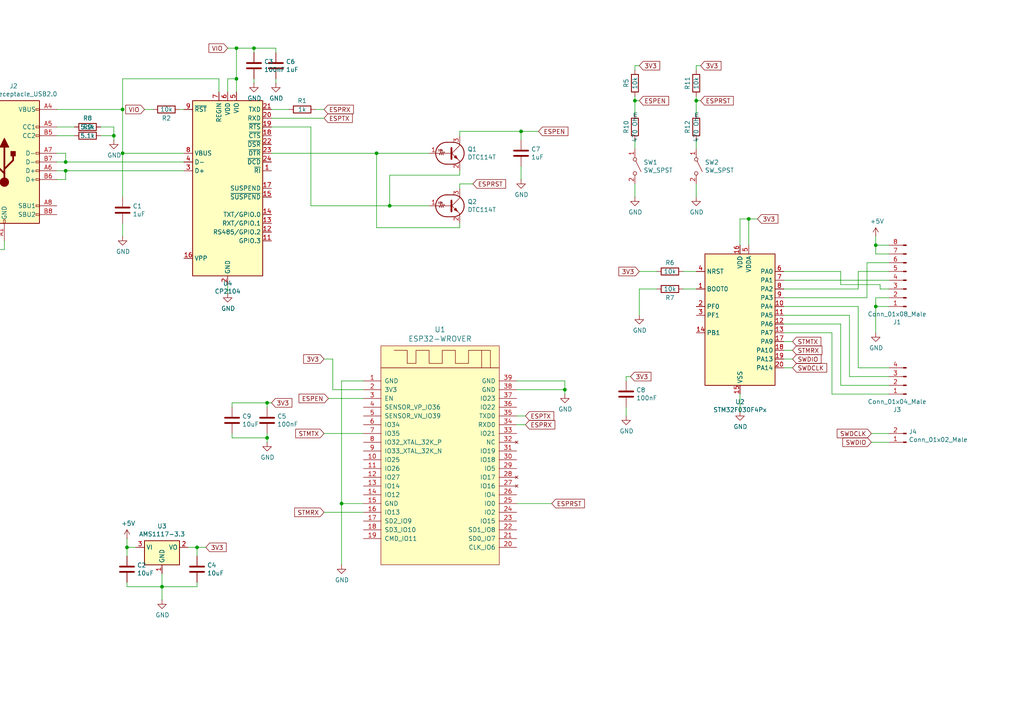
<source format=kicad_sch>
(kicad_sch (version 20250114) (generator "eeschema") (generator_version "9.0")
  (paper "A4")
  (lib_symbols
    (symbol "Connector:Conn_01x02_Male" (pin_names (offset 1.016) (hide yes))
      (property "Reference" "J" (at 0 2.54 0))
      (property "Value" "Connector_Conn_01x02_Male" (at 0 -5.08 0))
      (symbol "Conn_01x02_Male_1_1"
        (rectangle (start 0.8636 0.127) (end 0 -0.127) (stroke (width 0.1524)) (fill (type outline)))
        (rectangle (start 0.8636 -2.413) (end 0 -2.667) (stroke (width 0.1524)) (fill (type outline)))
        (polyline (pts (xy 1.27 0) (xy 0.8636 0)) (stroke (width 0.1524)))
        (polyline (pts (xy 1.27 -2.54) (xy 0.8636 -2.54)) (stroke (width 0.1524)))
        (pin passive line (at 5.08 0 180) (length 3.81) (name "Pin_1") (number "1"))
        (pin passive line (at 5.08 -2.54 180) (length 3.81) (name "Pin_2") (number "2"))
      )
    )
    (symbol "Connector:Conn_01x04_Male" (pin_names (offset 1.016) (hide yes))
      (property "Reference" "J" (at 0 5.08 0))
      (property "Value" "Connector_Conn_01x04_Male" (at 0 -7.62 0))
      (symbol "Conn_01x04_Male_1_1"
        (rectangle (start 0.8636 2.667) (end 0 2.413) (stroke (width 0.1524)) (fill (type outline)))
        (rectangle (start 0.8636 0.127) (end 0 -0.127) (stroke (width 0.1524)) (fill (type outline)))
        (rectangle (start 0.8636 -2.413) (end 0 -2.667) (stroke (width 0.1524)) (fill (type outline)))
        (rectangle (start 0.8636 -4.953) (end 0 -5.207) (stroke (width 0.1524)) (fill (type outline)))
        (polyline (pts (xy 1.27 2.54) (xy 0.8636 2.54)) (stroke (width 0.1524)))
        (polyline (pts (xy 1.27 0) (xy 0.8636 0)) (stroke (width 0.1524)))
        (polyline (pts (xy 1.27 -2.54) (xy 0.8636 -2.54)) (stroke (width 0.1524)))
        (polyline (pts (xy 1.27 -5.08) (xy 0.8636 -5.08)) (stroke (width 0.1524)))
        (pin passive line (at 5.08 2.54 180) (length 3.81) (name "Pin_1") (number "1"))
        (pin passive line (at 5.08 0 180) (length 3.81) (name "Pin_2") (number "2"))
        (pin passive line (at 5.08 -2.54 180) (length 3.81) (name "Pin_3") (number "3"))
        (pin passive line (at 5.08 -5.08 180) (length 3.81) (name "Pin_4") (number "4"))
      )
    )
    (symbol "Connector:Conn_01x08_Male" (pin_names (offset 1.016) (hide yes))
      (property "Reference" "J" (at 0 10.16 0))
      (property "Value" "Connector_Conn_01x08_Male" (at 0 -12.7 0))
      (symbol "Conn_01x08_Male_1_1"
        (rectangle (start 0.8636 7.747) (end 0 7.493) (stroke (width 0.1524)) (fill (type outline)))
        (rectangle (start 0.8636 5.207) (end 0 4.953) (stroke (width 0.1524)) (fill (type outline)))
        (rectangle (start 0.8636 2.667) (end 0 2.413) (stroke (width 0.1524)) (fill (type outline)))
        (rectangle (start 0.8636 0.127) (end 0 -0.127) (stroke (width 0.1524)) (fill (type outline)))
        (rectangle (start 0.8636 -2.413) (end 0 -2.667) (stroke (width 0.1524)) (fill (type outline)))
        (rectangle (start 0.8636 -4.953) (end 0 -5.207) (stroke (width 0.1524)) (fill (type outline)))
        (rectangle (start 0.8636 -7.493) (end 0 -7.747) (stroke (width 0.1524)) (fill (type outline)))
        (rectangle (start 0.8636 -10.033) (end 0 -10.287) (stroke (width 0.1524)) (fill (type outline)))
        (polyline (pts (xy 1.27 7.62) (xy 0.8636 7.62)) (stroke (width 0.1524)))
        (polyline (pts (xy 1.27 5.08) (xy 0.8636 5.08)) (stroke (width 0.1524)))
        (polyline (pts (xy 1.27 2.54) (xy 0.8636 2.54)) (stroke (width 0.1524)))
        (polyline (pts (xy 1.27 0) (xy 0.8636 0)) (stroke (width 0.1524)))
        (polyline (pts (xy 1.27 -2.54) (xy 0.8636 -2.54)) (stroke (width 0.1524)))
        (polyline (pts (xy 1.27 -5.08) (xy 0.8636 -5.08)) (stroke (width 0.1524)))
        (polyline (pts (xy 1.27 -7.62) (xy 0.8636 -7.62)) (stroke (width 0.1524)))
        (polyline (pts (xy 1.27 -10.16) (xy 0.8636 -10.16)) (stroke (width 0.1524)))
        (pin passive line (at 5.08 7.62 180) (length 3.81) (name "Pin_1") (number "1"))
        (pin passive line (at 5.08 5.08 180) (length 3.81) (name "Pin_2") (number "2"))
        (pin passive line (at 5.08 2.54 180) (length 3.81) (name "Pin_3") (number "3"))
        (pin passive line (at 5.08 0 180) (length 3.81) (name "Pin_4") (number "4"))
        (pin passive line (at 5.08 -2.54 180) (length 3.81) (name "Pin_5") (number "5"))
        (pin passive line (at 5.08 -5.08 180) (length 3.81) (name "Pin_6") (number "6"))
        (pin passive line (at 5.08 -7.62 180) (length 3.81) (name "Pin_7") (number "7"))
        (pin passive line (at 5.08 -10.16 180) (length 3.81) (name "Pin_8") (number "8"))
      )
    )
    (symbol "Connector:USB_C_Receptacle_USB2.0_16P" (pin_names (offset 1.016))
      (property "Reference" "J" (at 0 22.225 0))
      (property "Value" "USB_C_Receptacle_USB2.0_16P" (at 0 19.685 0))
      (symbol "USB_C_Receptacle_USB2.0_16P_0_0"
        (rectangle (start -0.254 -17.78) (end 0.254 -16.764))
        (rectangle (start 10.16 15.494) (end 9.144 14.986))
        (rectangle (start 10.16 10.414) (end 9.144 9.906))
        (rectangle (start 10.16 7.874) (end 9.144 7.366))
        (rectangle (start 10.16 2.794) (end 9.144 2.286))
        (rectangle (start 10.16 0.254) (end 9.144 -0.254))
        (rectangle (start 10.16 -2.286) (end 9.144 -2.794))
        (rectangle (start 10.16 -4.826) (end 9.144 -5.334))
        (rectangle (start 10.16 -12.446) (end 9.144 -12.954))
        (rectangle (start 10.16 -14.986) (end 9.144 -15.494))
      )
      (symbol "USB_C_Receptacle_USB2.0_16P_0_1"
        (rectangle (start -10.16 17.78) (end 10.16 -17.78) (stroke (width 0.254)) (fill (type background)))
        (polyline (pts (xy -8.89 -3.81) (xy -8.89 3.81)) (stroke (width 0.508)))
        (rectangle (start -7.62 -3.81) (end -6.35 3.81) (stroke (width 0.254)) (fill (type outline)))
        (arc (start -7.62 3.81) (mid -6.985 4.4423) (end -6.35 3.81) (stroke (width 0.254)))
        (arc (start -7.62 3.81) (mid -6.985 4.4423) (end -6.35 3.81) (stroke (width 0.254)) (fill (type outline)))
        (arc (start -8.89 3.81) (mid -6.985 5.7067) (end -5.08 3.81) (stroke (width 0.508)))
        (arc (start -5.08 -3.81) (mid -6.985 -5.7067) (end -8.89 -3.81) (stroke (width 0.508)))
        (arc (start -6.35 -3.81) (mid -6.985 -4.4423) (end -7.62 -3.81) (stroke (width 0.254)))
        (arc (start -6.35 -3.81) (mid -6.985 -4.4423) (end -7.62 -3.81) (stroke (width 0.254)) (fill (type outline)))
        (polyline (pts (xy -5.08 3.81) (xy -5.08 -3.81)) (stroke (width 0.508)))
        (circle (center -2.54 1.143) (radius 0.635) (stroke (width 0.254)) (fill (type outline)))
        (polyline (pts (xy -1.27 4.318) (xy 0 6.858) (xy 1.27 4.318) (xy -1.27 4.318)) (stroke (width 0.254)) (fill (type outline)))
        (polyline (pts (xy 0 -2.032) (xy 2.54 0.508) (xy 2.54 1.778)) (stroke (width 0.508)))
        (polyline (pts (xy 0 -3.302) (xy -2.54 -0.762) (xy -2.54 0.508)) (stroke (width 0.508)))
        (polyline (pts (xy 0 -5.842) (xy 0 4.318)) (stroke (width 0.508)))
        (circle (center 0 -5.842) (radius 1.27) (fill (type outline)))
        (rectangle (start 1.905 1.778) (end 3.175 3.048) (stroke (width 0.254)) (fill (type outline)))
      )
      (symbol "USB_C_Receptacle_USB2.0_16P_1_1"
        (pin passive line (at -7.62 -22.86 90) (length 5.08) (name "SHIELD") (number "S1"))
        (pin passive line (at 0 -22.86 90) (length 5.08) (name "GND") (number "A1"))
        (pin passive line (at 0 -22.86 90) (length 5.08) (hide yes) (name "GND") (number "A12"))
        (pin passive line (at 0 -22.86 90) (length 5.08) (hide yes) (name "GND") (number "B1"))
        (pin passive line (at 0 -22.86 90) (length 5.08) (hide yes) (name "GND") (number "B12"))
        (pin passive line (at 15.24 15.24 180) (length 5.08) (name "VBUS") (number "A4"))
        (pin passive line (at 15.24 15.24 180) (length 5.08) (hide yes) (name "VBUS") (number "A9"))
        (pin passive line (at 15.24 15.24 180) (length 5.08) (hide yes) (name "VBUS") (number "B4"))
        (pin passive line (at 15.24 15.24 180) (length 5.08) (hide yes) (name "VBUS") (number "B9"))
        (pin bidirectional line (at 15.24 10.16 180) (length 5.08) (name "CC1") (number "A5"))
        (pin bidirectional line (at 15.24 7.62 180) (length 5.08) (name "CC2") (number "B5"))
        (pin bidirectional line (at 15.24 2.54 180) (length 5.08) (name "D-") (number "A7"))
        (pin bidirectional line (at 15.24 0 180) (length 5.08) (name "D-") (number "B7"))
        (pin bidirectional line (at 15.24 -2.54 180) (length 5.08) (name "D+") (number "A6"))
        (pin bidirectional line (at 15.24 -5.08 180) (length 5.08) (name "D+") (number "B6"))
        (pin bidirectional line (at 15.24 -12.7 180) (length 5.08) (name "SBU1") (number "A8"))
        (pin bidirectional line (at 15.24 -15.24 180) (length 5.08) (name "SBU2") (number "B8"))
      )
    )
    (symbol "Device:C" (pin_numbers (hide yes)) (pin_names (offset 0.254))
      (property "Reference" "C" (at 0.635 2.54 0))
      (property "Value" "C" (at 0.635 -2.54 0))
      (symbol "C_0_1"
        (polyline (pts (xy -2.032 0.762) (xy 2.032 0.762)) (stroke (width 0.508)))
        (polyline (pts (xy -2.032 -0.762) (xy 2.032 -0.762)) (stroke (width 0.508)))
      )
      (symbol "C_1_1"
        (pin passive line (at 0 3.81 270) (length 2.794) (name "~") (number "1"))
        (pin passive line (at 0 -3.81 90) (length 2.794) (name "~") (number "2"))
      )
    )
    (symbol "Device:R" (pin_numbers (hide yes)) (pin_names (offset 0))
      (property "Reference" "R" (at 2.032 0 90))
      (property "Value" "R" (at 0 0 90))
      (symbol "R_0_1"
        (rectangle (start -1.016 -2.54) (end 1.016 2.54) (stroke (width 0.254)))
      )
      (symbol "R_1_1"
        (pin passive line (at 0 3.81 270) (length 1.27) (name "~") (number "1"))
        (pin passive line (at 0 -3.81 90) (length 1.27) (name "~") (number "2"))
      )
    )
    (symbol "Interface_USB:CP2104"
      (property "Reference" "U" (at -5.08 28.575 0))
      (property "Value" "CP2104" (at -5.08 26.67 0))
      (symbol "CP2104_1_1"
        (rectangle (start -10.16 25.4) (end 10.16 -25.4) (stroke (width 0.254)) (fill (type background)))
        (pin bidirectional line (at -12.7 22.86 0) (length 2.54) (name "~{RST}") (number "9"))
        (pin input line (at -12.7 10.16 0) (length 2.54) (name "VBUS") (number "8"))
        (pin bidirectional line (at -12.7 7.62 0) (length 2.54) (name "D-") (number "4"))
        (pin bidirectional line (at -12.7 5.08 0) (length 2.54) (name "D+") (number "3"))
        (pin passive line (at -12.7 -20.32 0) (length 2.54) (name "VPP") (number "16"))
        (pin power_in line (at -2.54 27.94 270) (length 2.54) (name "REGIN") (number "7"))
        (pin power_in line (at 0 27.94 270) (length 2.54) (name "VDD") (number "6"))
        (pin power_in line (at 0 -27.94 90) (length 2.54) (name "GND") (number "2"))
        (pin passive line (at 0 -27.94 90) (length 2.54) (hide yes) (name "GND") (number "25"))
        (pin power_in line (at 2.54 27.94 270) (length 2.54) (name "VIO") (number "5"))
        (pin no_connect line (at 10.16 -20.32 180) (length 2.54) (hide yes) (name "NC") (number "10"))
        (pin output line (at 12.7 22.86 180) (length 2.54) (name "TXD") (number "21"))
        (pin input line (at 12.7 20.32 180) (length 2.54) (name "RXD") (number "20"))
        (pin output line (at 12.7 17.78 180) (length 2.54) (name "~{RTS}") (number "19"))
        (pin input line (at 12.7 15.24 180) (length 2.54) (name "~{CTS}") (number "18"))
        (pin input line (at 12.7 12.7 180) (length 2.54) (name "~{DSR}") (number "22"))
        (pin output line (at 12.7 10.16 180) (length 2.54) (name "~{DTR}") (number "23"))
        (pin input line (at 12.7 7.62 180) (length 2.54) (name "~{DCD}") (number "24"))
        (pin input line (at 12.7 5.08 180) (length 2.54) (name "~{RI}") (number "1"))
        (pin output line (at 12.7 0 180) (length 2.54) (name "SUSPEND") (number "17"))
        (pin output line (at 12.7 -2.54 180) (length 2.54) (name "~{SUSPEND}") (number "15"))
        (pin bidirectional line (at 12.7 -7.62 180) (length 2.54) (name "TXT/GPIO.0") (number "14"))
        (pin bidirectional line (at 12.7 -10.16 180) (length 2.54) (name "RXT/GPIO.1") (number "13"))
        (pin bidirectional line (at 12.7 -12.7 180) (length 2.54) (name "RS485/GPIO.2") (number "12"))
        (pin bidirectional line (at 12.7 -15.24 180) (length 2.54) (name "GPIO.3") (number "11"))
      )
    )
    (symbol "MCU_ST_STM32F0:STM32F030F4Px"
      (property "Reference" "U" (at -10.16 21.59 0))
      (property "Value" "STM32F030F4Px" (at 5.08 21.59 0))
      (symbol "STM32F030F4Px_0_1"
        (rectangle (start -10.16 -17.78) (end 10.16 20.32) (stroke (width 0.254)) (fill (type background)))
      )
      (symbol "STM32F030F4Px_1_1"
        (pin input line (at -12.7 15.24 0) (length 2.54) (name "NRST") (number "4"))
        (pin input line (at -12.7 10.16 0) (length 2.54) (name "BOOT0") (number "1"))
        (pin bidirectional line (at -12.7 5.08 0) (length 2.54) (name "PF0") (number "2"))
        (pin bidirectional line (at -12.7 2.54 0) (length 2.54) (name "PF1") (number "3"))
        (pin bidirectional line (at -12.7 -2.54 0) (length 2.54) (name "PB1") (number "14"))
        (pin power_in line (at 0 22.86 270) (length 2.54) (name "VDD") (number "16"))
        (pin power_in line (at 0 -20.32 90) (length 2.54) (name "VSS") (number "15"))
        (pin power_in line (at 2.54 22.86 270) (length 2.54) (name "VDDA") (number "5"))
        (pin bidirectional line (at 12.7 15.24 180) (length 2.54) (name "PA0") (number "6"))
        (pin bidirectional line (at 12.7 12.7 180) (length 2.54) (name "PA1") (number "7"))
        (pin bidirectional line (at 12.7 10.16 180) (length 2.54) (name "PA2") (number "8"))
        (pin bidirectional line (at 12.7 7.62 180) (length 2.54) (name "PA3") (number "9"))
        (pin bidirectional line (at 12.7 5.08 180) (length 2.54) (name "PA4") (number "10"))
        (pin bidirectional line (at 12.7 2.54 180) (length 2.54) (name "PA5") (number "11"))
        (pin bidirectional line (at 12.7 0 180) (length 2.54) (name "PA6") (number "12"))
        (pin bidirectional line (at 12.7 -2.54 180) (length 2.54) (name "PA7") (number "13"))
        (pin bidirectional line (at 12.7 -5.08 180) (length 2.54) (name "PA9") (number "17"))
        (pin bidirectional line (at 12.7 -7.62 180) (length 2.54) (name "PA10") (number "18"))
        (pin bidirectional line (at 12.7 -10.16 180) (length 2.54) (name "PA13") (number "19"))
        (pin bidirectional line (at 12.7 -12.7 180) (length 2.54) (name "PA14") (number "20"))
      )
    )
    (symbol "Regulator_Linear:AMS1117-3.3"
      (property "Reference" "U" (at -3.81 3.175 0))
      (property "Value" "AMS1117-3.3" (at 0 3.175 0))
      (symbol "AMS1117-3.3_0_1"
        (rectangle (start -5.08 -5.08) (end 5.08 1.905) (stroke (width 0.254)) (fill (type background)))
      )
      (symbol "AMS1117-3.3_1_1"
        (pin power_in line (at -7.62 0 0) (length 2.54) (name "VI") (number "3"))
        (pin power_in line (at 0 -7.62 90) (length 2.54) (name "GND") (number "1"))
        (pin power_out line (at 7.62 0 180) (length 2.54) (name "VO") (number "2"))
      )
    )
    (symbol "Switch:SW_SPST" (pin_names (offset 0) (hide yes))
      (property "Reference" "SW" (at 0 3.175 0))
      (property "Value" "SW_SPST" (at 0 -2.54 0))
      (symbol "SW_SPST_0_0"
        (circle (center -2.032 0) (radius 0.508))
        (polyline (pts (xy -1.524 0.254) (xy 1.524 1.778)))
        (circle (center 2.032 0) (radius 0.508))
      )
      (symbol "SW_SPST_1_1"
        (pin passive line (at -5.08 0 0) (length 2.54) (name "A") (number "1"))
        (pin passive line (at 5.08 0 180) (length 2.54) (name "B") (number "2"))
      )
    )
    (symbol "Transistor_BJT:DTC114T" (pin_names (offset 0) (hide yes))
      (property "Reference" "Q" (at 5.08 1.905 0))
      (property "Value" "DTC114T" (at 5.08 0 0))
      (symbol "DTC114T_0_0"
        (polyline (pts (xy 2.54 -2.286) (xy 2.54 -2.54)))
        (text "10k" (at -3.048 0.889 0) (effects (font (size 0.508 0.508))))
      )
      (symbol "DTC114T_0_1"
        (polyline (pts (xy -3.429 0) (xy -3.81 0)))
        (polyline (pts (xy -1.27 3.175) (xy 0.635 3.175)) (stroke (width 0.254)))
        (polyline (pts (xy -1.27 -3.175) (xy 0.635 -3.175)) (stroke (width 0.254)))
        (arc (start -1.27 -3.175) (mid -4.4312 0) (end -1.27 3.175) (stroke (width 0.254)))
        (polyline (pts (xy 0 0) (xy -1.905 0) (xy -2.032 0.508) (xy -2.286 -0.508) (xy -2.54 0.508) (xy -2.794 -0.508) (xy -3.048 0.508) (xy -3.302 -0.508) (xy -3.429 0)))
        (polyline (pts (xy 0 -0.254) (xy 2.54 2.286)))
        (polyline (pts (xy 0.127 1.524) (xy 0.127 -1.651)) (stroke (width 0.508)) (fill (type outline)))
        (arc (start 0.635 3.175) (mid 3.7962 0) (end 0.635 -3.175) (stroke (width 0.254)))
        (polyline (pts (xy 0.889 -1.143) (xy 1.397 -0.635) (xy 1.905 -1.651) (xy 0.889 -1.143)) (fill (type outline)))
        (polyline (pts (xy 2.54 2.286) (xy 2.54 2.54)))
        (polyline (pts (xy 2.54 -2.286) (xy 0 0.254) (xy 0 0.254)))
      )
      (symbol "DTC114T_1_1"
        (pin input line (at -6.35 0 0) (length 2.54) (name "B") (number "1"))
        (pin passive line (at 2.54 5.08 270) (length 2.54) (name "C") (number "3"))
        (pin passive line (at 2.54 -5.08 90) (length 2.54) (name "E") (number "2"))
      )
    )
    (symbol "esp32-wrover:ESP32-WROVER" (pin_names (offset 1.016))
      (property "Reference" "U" (at -15.24 -33.02 0))
      (property "Value" "ESP32-WROVER" (at 6.35 -33.02 0))
      (symbol "ESP32-WROVER_0_1"
        (rectangle (start -17.78 29.21) (end 16.51 22.86) (fill (type background)))
        (rectangle (start -17.78 22.86) (end 16.51 -34.29) (fill (type background)))
        (polyline (pts (xy -13.97 27.94) (xy -10.16 27.94) (xy -10.16 24.13) (xy -7.62 24.13) (xy -7.62 27.94) (xy -3.81 27.94) (xy -3.81 24.13) (xy 0 24.13) (xy 0 27.94) (xy 3.81 27.94) (xy 3.81 24.13) (xy 7.62 24.13) (xy 7.62 27.94) (xy 11.43 27.94) (xy 11.43 22.86)))
        (polyline (pts (xy 11.43 27.94) (xy 13.97 27.94) (xy 13.97 22.86)))
      )
      (symbol "ESP32-WROVER_1_1"
        (pin power_in line (at -22.86 19.05 0) (length 5.08) (name "GND") (number "1"))
        (pin power_in line (at -22.86 16.51 0) (length 5.08) (name "3V3") (number "2"))
        (pin input line (at -22.86 13.97 0) (length 5.08) (name "EN") (number "3"))
        (pin input line (at -22.86 11.43 0) (length 5.08) (name "SENSOR_VP_IO36") (number "4"))
        (pin input line (at -22.86 8.89 0) (length 5.08) (name "SENSOR_VN_IO39") (number "5"))
        (pin input line (at -22.86 6.35 0) (length 5.08) (name "IO34") (number "6"))
        (pin input line (at -22.86 3.81 0) (length 5.08) (name "IO35") (number "7"))
        (pin bidirectional line (at -22.86 1.27 0) (length 5.08) (name "IO32_XTAL_32K_P") (number "8"))
        (pin bidirectional line (at -22.86 -1.27 0) (length 5.08) (name "IO33_XTAL_32K_N") (number "9"))
        (pin bidirectional line (at -22.86 -3.81 0) (length 5.08) (name "IO25") (number "10"))
        (pin bidirectional line (at -22.86 -6.35 0) (length 5.08) (name "IO26") (number "11"))
        (pin bidirectional line (at -22.86 -8.89 0) (length 5.08) (name "IO27") (number "12"))
        (pin bidirectional line (at -22.86 -11.43 0) (length 5.08) (name "IO14") (number "13"))
        (pin bidirectional line (at -22.86 -13.97 0) (length 5.08) (name "IO12") (number "14"))
        (pin power_in line (at -22.86 -16.51 0) (length 5.08) (name "GND") (number "15"))
        (pin bidirectional line (at -22.86 -19.05 0) (length 5.08) (name "IO13") (number "16"))
        (pin bidirectional line (at -22.86 -21.59 0) (length 5.08) (name "SD2_IO9") (number "17"))
        (pin bidirectional line (at -22.86 -24.13 0) (length 5.08) (name "SD3_IO10") (number "18"))
        (pin bidirectional line (at -22.86 -26.67 0) (length 5.08) (name "CMD_IO11") (number "19"))
        (pin power_in line (at 21.59 19.05 180) (length 5.08) (name "GND") (number "39"))
        (pin power_in line (at 21.59 16.51 180) (length 5.08) (name "GND") (number "38"))
        (pin bidirectional line (at 21.59 13.97 180) (length 5.08) (name "IO23") (number "37"))
        (pin bidirectional line (at 21.59 11.43 180) (length 5.08) (name "IO22") (number "36"))
        (pin output line (at 21.59 8.89 180) (length 5.08) (name "TXD0") (number "35"))
        (pin input line (at 21.59 6.35 180) (length 5.08) (name "RXD0") (number "34"))
        (pin bidirectional line (at 21.59 3.81 180) (length 5.08) (name "IO21") (number "33"))
        (pin no_connect line (at 21.59 1.27 180) (length 5.08) (name "NC") (number "32"))
        (pin bidirectional line (at 21.59 -1.27 180) (length 5.08) (name "IO19") (number "31"))
        (pin bidirectional line (at 21.59 -3.81 180) (length 5.08) (name "IO18") (number "30"))
        (pin bidirectional line (at 21.59 -6.35 180) (length 5.08) (name "IO5") (number "29"))
        (pin no_connect line (at 21.59 -8.89 180) (length 5.08) (name "IO17") (number "28"))
        (pin no_connect line (at 21.59 -11.43 180) (length 5.08) (name "IO16") (number "27"))
        (pin bidirectional line (at 21.59 -13.97 180) (length 5.08) (name "IO4") (number "26"))
        (pin bidirectional line (at 21.59 -16.51 180) (length 5.08) (name "IO0") (number "25"))
        (pin bidirectional line (at 21.59 -19.05 180) (length 5.08) (name "IO2") (number "24"))
        (pin bidirectional line (at 21.59 -21.59 180) (length 5.08) (name "IO15") (number "23"))
        (pin bidirectional line (at 21.59 -24.13 180) (length 5.08) (name "SD1_IO8") (number "22"))
        (pin bidirectional line (at 21.59 -26.67 180) (length 5.08) (name "SD0_IO7") (number "21"))
        (pin bidirectional line (at 21.59 -29.21 180) (length 5.08) (name "CLK_IO6") (number "20"))
      )
    )
    (symbol "power:+5V" (power) (pin_numbers (hide yes)) (pin_names (offset 0) (hide yes))
      (property "Value" "+5V" (at 0 3.556 0))
      (symbol "+5V_0_1"
        (polyline (pts (xy -0.762 1.27) (xy 0 2.54)))
        (polyline (pts (xy 0 2.54) (xy 0.762 1.27)))
        (polyline (pts (xy 0 0) (xy 0 2.54)))
      )
      (symbol "+5V_1_1"
        (pin power_in line (at 0 0 90) (length 0) (name "~") (number "1"))
      )
    )
    (symbol "power:GND" (power) (pin_numbers (hide yes)) (pin_names (offset 0) (hide yes))
      (property "Value" "GND" (at 0 -3.81 0))
      (symbol "GND_0_1"
        (polyline (pts (xy 0 0) (xy 0 -1.27) (xy 1.27 -1.27) (xy 0 -2.54) (xy -1.27 -1.27) (xy 0 -1.27)))
      )
      (symbol "GND_1_1"
        (pin power_in line (at 0 0 270) (length 0) (name "~") (number "1"))
      )
    )
  )
  (junction (at 19.05 46.99))
  (junction (at 77.47 127))
  (junction (at 151.13 38.1))
  (junction (at 184.15 29.21))
  (junction (at 35.56 31.75))
  (junction (at 19.05 49.53))
  (junction (at 36.83 158.75))
  (junction (at 217.17 63.5))
  (junction (at 33.02 39.37))
  (junction (at 68.58 13.97))
  (junction (at 46.99 170.18))
  (junction (at 73.66 13.97))
  (junction (at 254 88.9))
  (junction (at 113.03 59.69))
  (junction (at 99.06 146.05))
  (junction (at 163.83 113.03))
  (junction (at 77.47 116.84))
  (junction (at 68.58 22.86))
  (junction (at 57.15 158.75))
  (junction (at 254 71.12))
  (junction (at -2.54 72.39))
  (junction (at 109.22 44.45))
  (junction (at 201.93 29.21))
  (junction (at 35.56 44.45))
  (wire (pts (xy 16.51 44.45) (xy 19.05 44.45)))
  (wire (pts (xy 190.5 78.74) (xy 185.42 78.74)))
  (wire (pts (xy 227.33 81.28) (xy 257.81 81.28)))
  (wire (pts (xy 109.22 44.45) (xy 109.22 66.04)))
  (wire (pts (xy 184.15 29.21) (xy 184.15 33.02)))
  (wire (pts (xy 227.33 91.44) (xy 246.38 91.44)))
  (wire (pts (xy 181.61 118.11) (xy 181.61 120.65)))
  (wire (pts (xy 243.84 78.74) (xy 243.84 82.55)))
  (wire (pts (xy 227.33 78.74) (xy 243.84 78.74)))
  (wire (pts (xy 243.84 111.76) (xy 257.81 111.76)))
  (wire (pts (xy 73.66 22.86) (xy 73.66 24.13)))
  (wire (pts (xy 241.3 96.52) (xy 241.3 114.3)))
  (wire (pts (xy 243.84 82.55) (xy 255.27 82.55)))
  (wire (pts (xy 229.87 99.06) (xy 227.33 99.06)))
  (wire (pts (xy 73.66 13.97) (xy 68.58 13.97)))
  (wire (pts (xy -6.35 69.85) (xy -6.35 72.39)))
  (wire (pts (xy 105.41 146.05) (xy 99.06 146.05)))
  (wire (pts (xy 254 96.52) (xy 254 88.9)))
  (wire (pts (xy 251.46 76.2) (xy 257.81 76.2)))
  (wire (pts (xy 229.87 104.14) (xy 227.33 104.14)))
  (wire (pts (xy 203.2 19.05) (xy 201.93 19.05)))
  (wire (pts (xy 68.58 13.97) (xy 68.58 22.86)))
  (wire (pts (xy 66.04 82.55) (xy 66.04 85.09)))
  (wire (pts (xy 36.83 156.21) (xy 36.83 158.75)))
  (wire (pts (xy 19.05 49.53) (xy 16.51 49.53)))
  (wire (pts (xy 227.33 96.52) (xy 241.3 96.52)))
  (wire (pts (xy 78.74 116.84) (xy 77.47 116.84)))
  (wire (pts (xy 184.15 40.64) (xy 184.15 43.18)))
  (wire (pts (xy 52.07 31.75) (xy 53.34 31.75)))
  (wire (pts (xy 113.03 59.69) (xy 113.03 50.8)))
  (wire (pts (xy 77.47 116.84) (xy 67.31 116.84)))
  (wire (pts (xy 57.15 170.18) (xy 46.99 170.18)))
  (wire (pts (xy 93.98 148.59) (xy 105.41 148.59)))
  (wire (pts (xy 248.92 106.68) (xy 257.81 106.68)))
  (wire (pts (xy 185.42 91.44) (xy 185.42 83.82)))
  (wire (pts (xy 133.35 66.04) (xy 133.35 64.77)))
  (wire (pts (xy 217.17 63.5) (xy 219.71 63.5)))
  (wire (pts (xy 248.92 88.9) (xy 248.92 106.68)))
  (wire (pts (xy 16.51 46.99) (xy 19.05 46.99)))
  (wire (pts (xy 163.83 110.49) (xy 163.83 113.03)))
  (wire (pts (xy 156.21 38.1) (xy 151.13 38.1)))
  (wire (pts (xy 78.74 44.45) (xy 109.22 44.45)))
  (wire (pts (xy 241.3 114.3) (xy 257.81 114.3)))
  (wire (pts (xy 66.04 26.67) (xy 66.04 22.86)))
  (wire (pts (xy 35.56 22.86) (xy 35.56 31.75)))
  (wire (pts (xy 35.56 64.77) (xy 35.56 68.58)))
  (wire (pts (xy 93.98 104.14) (xy 96.52 104.14)))
  (wire (pts (xy 149.86 110.49) (xy 163.83 110.49)))
  (wire (pts (xy 246.38 109.22) (xy 257.81 109.22)))
  (wire (pts (xy 16.51 52.07) (xy 19.05 52.07)))
  (wire (pts (xy 33.02 39.37) (xy 33.02 40.64)))
  (wire (pts (xy 201.93 27.94) (xy 201.93 29.21)))
  (wire (pts (xy 59.69 158.75) (xy 57.15 158.75)))
  (wire (pts (xy 248.92 78.74) (xy 257.81 78.74)))
  (wire (pts (xy 96.52 104.14) (xy 96.52 113.03)))
  (wire (pts (xy 198.12 78.74) (xy 201.93 78.74)))
  (wire (pts (xy 36.83 158.75) (xy 36.83 161.29)))
  (wire (pts (xy 96.52 113.03) (xy 105.41 113.03)))
  (wire (pts (xy 201.93 29.21) (xy 201.93 33.02)))
  (wire (pts (xy 33.02 36.83) (xy 33.02 39.37)))
  (wire (pts (xy 133.35 54.61) (xy 133.35 53.34)))
  (wire (pts (xy 109.22 66.04) (xy 133.35 66.04)))
  (wire (pts (xy 163.83 113.03) (xy 163.83 114.3)))
  (wire (pts (xy 255.27 83.82) (xy 257.81 83.82)))
  (wire (pts (xy 252.73 125.73) (xy 257.81 125.73)))
  (wire (pts (xy 184.15 53.34) (xy 184.15 57.15)))
  (wire (pts (xy 73.66 13.97) (xy 73.66 15.24)))
  (wire (pts (xy 229.87 106.68) (xy 227.33 106.68)))
  (wire (pts (xy 214.63 119.38) (xy 214.63 114.3)))
  (wire (pts (xy 227.33 86.36) (xy 251.46 86.36)))
  (wire (pts (xy 54.61 158.75) (xy 57.15 158.75)))
  (wire (pts (xy -2.54 72.39) (xy -2.54 82.55)))
  (wire (pts (xy 152.4 120.65) (xy 149.86 120.65)))
  (wire (pts (xy 67.31 127) (xy 77.47 127)))
  (wire (pts (xy 91.44 31.75) (xy 93.98 31.75)))
  (wire (pts (xy 35.56 44.45) (xy 35.56 57.15)))
  (wire (pts (xy 36.83 170.18) (xy 36.83 168.91)))
  (wire (pts (xy 251.46 86.36) (xy 251.46 76.2)))
  (wire (pts (xy 201.93 53.34) (xy 201.93 57.15)))
  (wire (pts (xy 201.93 40.64) (xy 201.93 43.18)))
  (wire (pts (xy 149.86 146.05) (xy 160.02 146.05)))
  (wire (pts (xy 182.88 109.22) (xy 181.61 109.22)))
  (wire (pts (xy 254 68.58) (xy 254 71.12)))
  (wire (pts (xy 254 73.66) (xy 257.81 73.66)))
  (wire (pts (xy 57.15 168.91) (xy 57.15 170.18)))
  (wire (pts (xy 99.06 110.49) (xy 99.06 146.05)))
  (wire (pts (xy 184.15 27.94) (xy 184.15 29.21)))
  (wire (pts (xy 63.5 22.86) (xy 35.56 22.86)))
  (wire (pts (xy 78.74 34.29) (xy 93.98 34.29)))
  (wire (pts (xy 44.45 31.75) (xy 41.91 31.75)))
  (wire (pts (xy 252.73 128.27) (xy 257.81 128.27)))
  (wire (pts (xy 254 71.12) (xy 257.81 71.12)))
  (wire (pts (xy 185.42 29.21) (xy 184.15 29.21)))
  (wire (pts (xy 80.01 13.97) (xy 73.66 13.97)))
  (wire (pts (xy 68.58 22.86) (xy 68.58 26.67)))
  (wire (pts (xy 77.47 125.73) (xy 77.47 127)))
  (wire (pts (xy 137.16 53.34) (xy 133.35 53.34)))
  (wire (pts (xy 152.4 123.19) (xy 149.86 123.19)))
  (wire (pts (xy 246.38 91.44) (xy 246.38 109.22)))
  (wire (pts (xy 19.05 52.07) (xy 19.05 49.53)))
  (wire (pts (xy 19.05 46.99) (xy 53.34 46.99)))
  (wire (pts (xy -6.35 72.39) (xy -2.54 72.39)))
  (wire (pts (xy 29.21 36.83) (xy 33.02 36.83)))
  (wire (pts (xy 66.04 22.86) (xy 68.58 22.86)))
  (wire (pts (xy 16.51 39.37) (xy 21.59 39.37)))
  (wire (pts (xy 16.51 31.75) (xy 35.56 31.75)))
  (wire (pts (xy 184.15 19.05) (xy 184.15 20.32)))
  (wire (pts (xy 201.93 19.05) (xy 201.93 20.32)))
  (wire (pts (xy 181.61 109.22) (xy 181.61 110.49)))
  (wire (pts (xy 90.17 36.83) (xy 90.17 59.69)))
  (wire (pts (xy 149.86 113.03) (xy 163.83 113.03)))
  (wire (pts (xy 254 71.12) (xy 254 73.66)))
  (wire (pts (xy 248.92 83.82) (xy 248.92 78.74)))
  (wire (pts (xy 151.13 48.26) (xy 151.13 52.07)))
  (wire (pts (xy 214.63 63.5) (xy 214.63 71.12)))
  (wire (pts (xy 66.04 13.97) (xy 68.58 13.97)))
  (wire (pts (xy 67.31 116.84) (xy 67.31 118.11)))
  (bus (pts (xy -31.75 -25.4) (xy -29.21 -22.86)))
  (wire (pts (xy 1.27 72.39) (xy 1.27 69.85)))
  (wire (pts (xy 80.01 13.97) (xy 80.01 15.24)))
  (wire (pts (xy 214.63 63.5) (xy 217.17 63.5)))
  (wire (pts (xy 185.42 19.05) (xy 184.15 19.05)))
  (wire (pts (xy 19.05 44.45) (xy 19.05 46.99)))
  (wire (pts (xy 53.34 49.53) (xy 19.05 49.53)))
  (wire (pts (xy 78.74 36.83) (xy 90.17 36.83)))
  (wire (pts (xy 201.93 83.82) (xy 198.12 83.82)))
  (wire (pts (xy 254 86.36) (xy 257.81 86.36)))
  (wire (pts (xy 105.41 115.57) (xy 95.25 115.57)))
  (wire (pts (xy 151.13 38.1) (xy 133.35 38.1)))
  (wire (pts (xy 133.35 50.8) (xy 133.35 49.53)))
  (wire (pts (xy 217.17 63.5) (xy 217.17 71.12)))
  (wire (pts (xy 254 88.9) (xy 257.81 88.9)))
  (wire (pts (xy 133.35 39.37) (xy 133.35 38.1)))
  (wire (pts (xy 39.37 158.75) (xy 36.83 158.75)))
  (wire (pts (xy 105.41 110.49) (xy 99.06 110.49)))
  (wire (pts (xy 77.47 127) (xy 77.47 128.27)))
  (wire (pts (xy 227.33 88.9) (xy 248.92 88.9)))
  (wire (pts (xy 227.33 83.82) (xy 248.92 83.82)))
  (wire (pts (xy 35.56 44.45) (xy 53.34 44.45)))
  (wire (pts (xy 29.21 39.37) (xy 33.02 39.37)))
  (wire (pts (xy 83.82 31.75) (xy 78.74 31.75)))
  (wire (pts (xy 113.03 59.69) (xy 124.46 59.69)))
  (wire (pts (xy 229.87 101.6) (xy 227.33 101.6)))
  (wire (pts (xy 67.31 125.73) (xy 67.31 127)))
  (wire (pts (xy 46.99 170.18) (xy 36.83 170.18)))
  (wire (pts (xy 151.13 40.64) (xy 151.13 38.1)))
  (wire (pts (xy 57.15 158.75) (xy 57.15 161.29)))
  (wire (pts (xy 90.17 59.69) (xy 113.03 59.69)))
  (wire (pts (xy 80.01 22.86) (xy 80.01 24.13)))
  (wire (pts (xy -2.54 72.39) (xy 1.27 72.39)))
  (wire (pts (xy 190.5 83.82) (xy 185.42 83.82)))
  (wire (pts (xy 35.56 31.75) (xy 35.56 44.45)))
  (wire (pts (xy 93.98 125.73) (xy 105.41 125.73)))
  (wire (pts (xy 254 88.9) (xy 254 86.36)))
  (wire (pts (xy 109.22 44.45) (xy 124.46 44.45)))
  (wire (pts (xy 227.33 93.98) (xy 243.84 93.98)))
  (wire (pts (xy 16.51 36.83) (xy 21.59 36.83)))
  (wire (pts (xy 243.84 93.98) (xy 243.84 111.76)))
  (wire (pts (xy 63.5 26.67) (xy 63.5 22.86)))
  (wire (pts (xy 113.03 50.8) (xy 133.35 50.8)))
  (wire (pts (xy 99.06 146.05) (xy 99.06 163.83)))
  (wire (pts (xy 46.99 170.18) (xy 46.99 166.37)))
  (wire (pts (xy 255.27 82.55) (xy 255.27 83.82)))
  (wire (pts (xy 46.99 173.99) (xy 46.99 170.18)))
  (wire (pts (xy 203.2 29.21) (xy 201.93 29.21)))
  (wire (pts (xy 77.47 116.84) (xy 77.47 118.11)))
  (global_label "ESPRX" (shape input) (at 152.4 123.19 0) (property "Intersheetrefs" "${INTERSHEET_REFS}" (effects (hide yes))))
  (global_label "SWDCLK" (shape input) (at 229.87 106.68 0) (property "Intersheetrefs" "${INTERSHEET_REFS}" (effects (hide yes))))
  (global_label "ESPRST" (shape input) (at 203.2 29.21 0) (property "Intersheetrefs" "${INTERSHEET_REFS}" (effects (hide yes))))
  (global_label "ESPEN" (shape input) (at 95.25 115.57 180) (property "Intersheetrefs" "${INTERSHEET_REFS}" (effects (hide yes))))
  (global_label "3V3" (shape input) (at 182.88 109.22 0) (property "Intersheetrefs" "${INTERSHEET_REFS}" (effects (hide yes))))
  (global_label "3V3" (shape input) (at 203.2 19.05 0) (property "Intersheetrefs" "${INTERSHEET_REFS}" (effects (hide yes))))
  (global_label "ESPEN" (shape input) (at 185.42 29.21 0) (property "Intersheetrefs" "${INTERSHEET_REFS}" (effects (hide yes))))
  (global_label "3V3" (shape input) (at 59.69 158.75 0) (property "Intersheetrefs" "${INTERSHEET_REFS}" (effects (hide yes))))
  (global_label "STMTX" (shape input) (at 229.87 99.06 0) (property "Intersheetrefs" "${INTERSHEET_REFS}" (effects (hide yes))))
  (global_label "STMRX" (shape input) (at 93.98 148.59 180) (property "Intersheetrefs" "${INTERSHEET_REFS}" (effects (hide yes))))
  (global_label "ESPRST" (shape input) (at 137.16 53.34 0) (property "Intersheetrefs" "${INTERSHEET_REFS}" (effects (hide yes))))
  (global_label "ESPEN" (shape input) (at 156.21 38.1 0) (property "Intersheetrefs" "${INTERSHEET_REFS}" (effects (hide yes))))
  (global_label "3V3" (shape input) (at 93.98 104.14 180) (property "Intersheetrefs" "${INTERSHEET_REFS}" (effects (hide yes))))
  (global_label "3V3" (shape input) (at 185.42 19.05 0) (property "Intersheetrefs" "${INTERSHEET_REFS}" (effects (hide yes))))
  (global_label "STMTX" (shape input) (at 93.98 125.73 180) (property "Intersheetrefs" "${INTERSHEET_REFS}" (effects (hide yes))))
  (global_label "3V3" (shape input) (at 185.42 78.74 180) (property "Intersheetrefs" "${INTERSHEET_REFS}" (effects (hide yes))))
  (global_label "SWDCLK" (shape input) (at 252.73 125.73 180) (property "Intersheetrefs" "${INTERSHEET_REFS}" (effects (hide yes))))
  (global_label "SWDIO" (shape input) (at 229.87 104.14 0) (property "Intersheetrefs" "${INTERSHEET_REFS}" (effects (hide yes))))
  (global_label "ESPTX" (shape input) (at 152.4 120.65 0) (property "Intersheetrefs" "${INTERSHEET_REFS}" (effects (hide yes))))
  (global_label "VIO" (shape input) (at 66.04 13.97 180) (property "Intersheetrefs" "${INTERSHEET_REFS}" (effects (hide yes))))
  (global_label "STMRX" (shape input) (at 229.87 101.6 0) (property "Intersheetrefs" "${INTERSHEET_REFS}" (effects (hide yes))))
  (global_label "ESPRX" (shape input) (at 93.98 31.75 0) (property "Intersheetrefs" "${INTERSHEET_REFS}" (effects (hide yes))))
  (global_label "SWDIO" (shape input) (at 252.73 128.27 180) (property "Intersheetrefs" "${INTERSHEET_REFS}" (effects (hide yes))))
  (global_label "3V3" (shape input) (at 78.74 116.84 0) (property "Intersheetrefs" "${INTERSHEET_REFS}" (effects (hide yes))))
  (global_label "ESPTX" (shape input) (at 93.98 34.29 0) (property "Intersheetrefs" "${INTERSHEET_REFS}" (effects (hide yes))))
  (global_label "VIO" (shape input) (at 41.91 31.75 180) (property "Intersheetrefs" "${INTERSHEET_REFS}" (effects (hide yes))))
  (global_label "ESPRST" (shape input) (at 160.02 146.05 0) (property "Intersheetrefs" "${INTERSHEET_REFS}" (effects (hide yes))))
  (global_label "3V3" (shape input) (at 219.71 63.5 0) (property "Intersheetrefs" "${INTERSHEET_REFS}" (effects (hide yes))))
  (symbol (lib_id "esp32-wrover:ESP32-WROVER") (at 128.27 129.54 0) (unit 1)
    (property "Reference" "U1" (at 127.635 95.5802 0) (effects (font (size 1.524 1.524))))
    (property "Value" "ESP32-WROVER" (at 127.635 98.2726 0) (effects (font (size 1.524 1.524))))
    (property "Footprint" "esp32-wrover:XCVR_ESP32-WROVER" (effects (hide yes)))
  )
  (symbol (lib_id "Regulator_Linear:AMS1117-3.3") (at 46.99 158.75 0) (unit 1)
    (property "Reference" "U3" (at 46.99 152.6032 0))
    (property "Value" "AMS1117-3.3" (at 46.99 154.9146 0))
    (property "Footprint" "Package_TO_SOT_SMD:SOT-223-3_TabPin2" (effects (hide yes)))
    (property "Datasheet" "http://www.advanced-monolithic.com/pdf/ds1117.pdf" (effects (hide yes)))
    (property "LCSC" "C6186" (effects (hide yes)))
  )
  (symbol (lib_id "Interface_USB:CP2104") (at 66.04 54.61 0) (unit 1)
    (property "Reference" "U4" (at 66.04 82.1944 0))
    (property "Value" "CP2104" (at 66.04 84.5058 0))
    (property "Footprint" "Package_DFN_QFN:QFN-24-1EP_4x4mm_P0.5mm_EP2.6x2.6mm" (effects (hide yes)))
    (property "Datasheet" "https://www.silabs.com/Support%20Documents/TechnicalDocs/cp2104.pdf" (effects (hide yes)))
    (property "LCSC" "C47742" (effects (hide yes)))
  )
  (symbol (lib_id "Connector:Conn_01x08_Male") (at 262.89 81.28 180) (unit 1)
    (property "Reference" "J1" (at 260.1976 93.4212 0))
    (property "Value" "Conn_01x08_Male" (at 260.1976 91.1098 0))
    (property "Footprint" "Connector_PinHeader_2.54mm:PinHeader_1x08_P2.54mm_Vertical" (effects (hide yes)))
  )
  (symbol (lib_id "Connector:Conn_01x04_Male") (at 262.89 111.76 180) (unit 1)
    (property "Reference" "J3" (at 260.1976 118.8212 0))
    (property "Value" "Conn_01x04_Male" (at 260.1976 116.5098 0))
    (property "Footprint" "Connector_PinHeader_2.54mm:PinHeader_1x04_P2.54mm_Vertical" (effects (hide yes)))
  )
  (symbol (lib_id "power:GND") (at 254 96.52 0) (unit 1)
    (property "Reference" "#PWR0101" (effects (hide yes)))
    (property "Value" "GND" (at 254.127 100.9142 0))
  )
  (symbol (lib_id "power:+5V") (at 254 68.58 0) (unit 1)
    (property "Reference" "#PWR0102" (effects (hide yes)))
    (property "Value" "+5V" (at 254.381 64.1858 0))
  )
  (symbol (lib_id "power:GND") (at 214.63 119.38 0) (unit 1)
    (property "Reference" "#PWR0103" (effects (hide yes)))
    (property "Value" "GND" (at 214.757 123.7742 0))
  )
  (symbol (lib_id "Device:C") (at 57.15 165.1 0) (unit 1)
    (property "Reference" "C4" (at 60.071 163.9316 0) (effects (justify left)))
    (property "Value" "10uF" (at 60.071 166.243 0) (effects (justify left)))
    (property "Footprint" "Capacitor_SMD:C_0805_2012Metric" (effects (hide yes)))
    (property "LCSC" "C19702" (effects (hide yes)))
  )
  (symbol (lib_id "Device:C") (at 36.83 165.1 0) (unit 1)
    (property "Reference" "C2" (at 39.751 163.9316 0) (effects (justify left)))
    (property "Value" "10uF" (at 39.751 166.243 0) (effects (justify left)))
    (property "Footprint" "Capacitor_SMD:C_0805_2012Metric" (effects (hide yes)))
    (property "LCSC" "C19702" (effects (hide yes)))
  )
  (symbol (lib_id "power:GND") (at 46.99 173.99 0) (unit 1)
    (property "Reference" "#PWR0104" (effects (hide yes)))
    (property "Value" "GND" (at 47.117 178.3842 0))
  )
  (symbol (lib_id "power:+5V") (at 36.83 156.21 0) (unit 1)
    (property "Reference" "#PWR0105" (effects (hide yes)))
    (property "Value" "+5V" (at 37.211 151.8158 0))
  )
  (symbol (lib_id "Device:R") (at 194.31 78.74 270) (unit 1)
    (property "Reference" "R6" (at 194.31 76.2 90))
    (property "Value" "10k" (at 194.31 78.74 90))
    (property "Footprint" "Resistor_SMD:R_0402_1005Metric" (effects (hide yes)))
    (property "LCSC" "C25744" (effects (hide yes)))
  )
  (symbol (lib_id "Device:R") (at 194.31 83.82 270) (unit 1)
    (property "Reference" "R7" (at 194.31 86.36 90))
    (property "Value" "10k" (at 194.31 83.82 90))
    (property "Footprint" "Resistor_SMD:R_0402_1005Metric" (effects (hide yes)))
    (property "LCSC" "C25744" (effects (hide yes)))
  )
  (symbol (lib_id "power:GND") (at 66.04 85.09 0) (unit 1)
    (property "Reference" "#PWR0111" (effects (hide yes)))
    (property "Value" "GND" (at 66.167 89.4842 0))
  )
  (symbol (lib_id "power:GND") (at 185.42 91.44 0) (unit 1)
    (property "Reference" "#PWR0106" (effects (hide yes)))
    (property "Value" "GND" (at 185.547 95.8342 0))
  )
  (symbol (lib_id "Device:C") (at 151.13 44.45 0) (unit 1)
    (property "Reference" "C7" (at 154.051 43.2816 0) (effects (justify left)))
    (property "Value" "1uF" (at 154.051 45.593 0) (effects (justify left)))
    (property "Footprint" "Capacitor_SMD:C_0402_1005Metric" (effects (hide yes)))
    (property "LCSC" "C52923" (effects (hide yes)))
  )
  (symbol (lib_id "power:GND") (at 151.13 52.07 0) (unit 1)
    (property "Reference" "#PWR0112" (effects (hide yes)))
    (property "Value" "GND" (at 151.257 56.4642 0))
  )
  (symbol (lib_id "Device:C") (at 181.61 114.3 0) (unit 1)
    (property "Reference" "C8" (at 184.531 113.1316 0) (effects (justify left)))
    (property "Value" "100nF" (at 184.531 115.443 0) (effects (justify left)))
    (property "Footprint" "Capacitor_SMD:C_0402_1005Metric" (effects (hide yes)))
    (property "LCSC" "C1525" (effects (hide yes)))
  )
  (symbol (lib_id "power:GND") (at 181.61 120.65 0) (unit 1)
    (property "Reference" "#PWR0107" (effects (hide yes)))
    (property "Value" "GND" (at 181.737 125.0442 0))
  )
  (symbol (lib_id "Connector:Conn_01x02_Male") (at 262.89 128.27 180) (unit 1)
    (property "Reference" "J4" (at 263.5758 125.222 0) (effects (justify right)))
    (property "Value" "Conn_01x02_Male" (at 263.5758 127.5334 0) (effects (justify right)))
    (property "Footprint" "Connector_PinHeader_2.54mm:PinHeader_1x02_P2.54mm_Vertical" (effects (hide yes)))
  )
  (symbol (lib_id "Device:C") (at 77.47 121.92 0) (unit 1)
    (property "Reference" "C5" (at 80.391 120.7516 0) (effects (justify left)))
    (property "Value" "100nF" (at 80.391 123.063 0) (effects (justify left)))
    (property "Footprint" "Capacitor_SMD:C_0402_1005Metric" (effects (hide yes)))
    (property "LCSC" "C1525" (effects (hide yes)))
  )
  (symbol (lib_id "power:GND") (at 77.47 128.27 0) (unit 1)
    (property "Reference" "#PWR0108" (effects (hide yes)))
    (property "Value" "GND" (at 77.597 132.6642 0))
  )
  (symbol (lib_id "power:GND") (at 99.06 163.83 0) (unit 1)
    (property "Reference" "#PWR0109" (effects (hide yes)))
    (property "Value" "GND" (at 99.187 168.2242 0))
  )
  (symbol (lib_id "power:GND") (at 163.83 114.3 0) (unit 1)
    (property "Reference" "#PWR0110" (effects (hide yes)))
    (property "Value" "GND" (at 163.957 118.6942 0))
  )
  (symbol (lib_id "Device:C") (at 67.31 121.92 0) (unit 1)
    (property "Reference" "C9" (at 70.231 120.7516 0) (effects (justify left)))
    (property "Value" "10uF" (at 70.231 123.063 0) (effects (justify left)))
    (property "Footprint" "Capacitor_SMD:C_0805_2012Metric" (effects (hide yes)))
    (property "LCSC" "C19702" (effects (hide yes)))
  )
  (symbol (lib_id "Device:R") (at 87.63 31.75 270) (unit 1)
    (property "Reference" "R1" (at 87.63 29.21 90))
    (property "Value" "1k" (at 87.63 31.75 90))
    (property "Footprint" "Resistor_SMD:R_0402_1005Metric" (effects (hide yes)))
    (property "LCSC" "C11702" (effects (hide yes)))
  )
  (symbol (lib_id "Device:R") (at 184.15 24.13 0) (unit 1)
    (property "Reference" "R5" (at 181.61 24.13 90))
    (property "Value" "10k" (at 184.15 24.13 90))
    (property "Footprint" "Resistor_SMD:R_0402_1005Metric" (effects (hide yes)))
    (property "LCSC" "C25744" (effects (hide yes)))
  )
  (symbol (lib_id "Device:C") (at 80.01 19.05 0) (unit 1)
    (property "Reference" "C6" (at 82.931 17.8816 0) (effects (justify left)))
    (property "Value" "1uF" (at 82.931 20.193 0) (effects (justify left)))
    (property "Footprint" "Capacitor_SMD:C_0402_1005Metric" (effects (hide yes)))
    (property "LCSC" "C52923" (effects (hide yes)))
  )
  (symbol (lib_id "power:GND") (at 80.01 24.13 0) (unit 1)
    (property "Reference" "#PWR0113" (effects (hide yes)))
    (property "Value" "GND" (at 80.137 28.5242 0))
  )
  (symbol (lib_id "Device:C") (at 73.66 19.05 0) (unit 1)
    (property "Reference" "C3" (at 76.581 17.8816 0) (effects (justify left)))
    (property "Value" "100nF" (at 76.581 20.193 0) (effects (justify left)))
    (property "Footprint" "Capacitor_SMD:C_0402_1005Metric" (effects (hide yes)))
    (property "LCSC" "C1525" (effects (hide yes)))
  )
  (symbol (lib_id "power:GND") (at 73.66 24.13 0) (unit 1)
    (property "Reference" "#PWR0114" (effects (hide yes)))
    (property "Value" "GND" (at 73.787 28.5242 0))
  )
  (symbol (lib_id "power:GND") (at -2.54 82.55 0) (unit 1)
    (property "Reference" "#PWR0115" (effects (hide yes)))
    (property "Value" "GND" (at -2.413 86.9442 0))
  )
  (symbol (lib_id "Device:C") (at 35.56 60.96 0) (unit 1)
    (property "Reference" "C1" (at 38.481 59.7916 0) (effects (justify left)))
    (property "Value" "1uF" (at 38.481 62.103 0) (effects (justify left)))
    (property "Footprint" "Capacitor_SMD:C_0402_1005Metric" (effects (hide yes)))
    (property "LCSC" "C52923" (effects (hide yes)))
  )
  (symbol (lib_id "power:GND") (at 35.56 68.58 0) (unit 1)
    (property "Reference" "#PWR0116" (effects (hide yes)))
    (property "Value" "GND" (at 35.687 72.9742 0))
  )
  (symbol (lib_id "Device:R") (at 48.26 31.75 90) (unit 1)
    (property "Reference" "R2" (at 48.26 34.29 90))
    (property "Value" "10k" (at 48.26 31.75 90))
    (property "Footprint" "Resistor_SMD:R_0402_1005Metric" (effects (hide yes)))
    (property "LCSC" "C25744" (effects (hide yes)))
  )
  (symbol (lib_id "Connector:USB_C_Receptacle_USB2.0_16P") (at 1.27 46.99 0) (unit 1)
    (property "Reference" "J2" (at 3.937 24.9682 0))
    (property "Value" "USB_C_Receptacle_USB2.0" (at 3.937 27.2796 0))
    (property "Footprint" "footprints:USB_C_Receptacle_HRO_TYPE-C-31-M-12" (effects (hide yes)))
    (property "Datasheet" "https://www.usb.org/sites/default/files/documents/usb_type-c.zip" (effects (hide yes)))
    (property "Description" "USB 2.0-only 16P Type-C Receptacle connector" (effects (hide yes)))
  )
  (symbol (lib_id "Device:R") (at 25.4 36.83 270) (unit 1)
    (property "Reference" "R8" (at 25.4 34.29 90))
    (property "Value" "5.1k" (at 25.4 36.83 90))
    (property "Footprint" "Resistor_SMD:R_0402_1005Metric" (effects (hide yes)))
    (property "LCSC" "C25905" (effects (hide yes)))
  )
  (symbol (lib_id "Device:R") (at 25.4 39.37 270) (unit 1)
    (property "Reference" "R9" (at 25.4 36.83 90))
    (property "Value" "5.1k" (at 25.4 39.37 90))
    (property "Footprint" "Resistor_SMD:R_0402_1005Metric" (effects (hide yes)))
    (property "LCSC" "C25905" (effects (hide yes)))
  )
  (symbol (lib_id "power:GND") (at 33.02 40.64 0) (unit 1)
    (property "Reference" "#PWR01" (effects (hide yes)))
    (property "Value" "GND" (at 33.147 45.0342 0))
  )
  (symbol (lib_id "Switch:SW_SPST") (at 184.15 48.26 270) (unit 1)
    (property "Reference" "SW1" (at 186.6392 47.0916 90) (effects (justify left)))
    (property "Value" "SW_SPST" (at 186.6392 49.403 90) (effects (justify left)))
    (property "Footprint" "Button_Switch_SMD:SW_Push_1P1T_NO_CK_KMR2" (effects (hide yes)))
  )
  (symbol (lib_id "Switch:SW_SPST") (at 201.93 48.26 270) (unit 1)
    (property "Reference" "SW2" (at 204.4192 47.0916 90) (effects (justify left)))
    (property "Value" "SW_SPST" (at 204.4192 49.403 90) (effects (justify left)))
    (property "Footprint" "Button_Switch_SMD:SW_Push_1P1T_NO_CK_KMR2" (effects (hide yes)))
  )
  (symbol (lib_id "power:GND") (at 184.15 57.15 0) (unit 1)
    (property "Reference" "#PWR02" (effects (hide yes)))
    (property "Value" "GND" (at 184.277 61.5442 0))
  )
  (symbol (lib_id "Device:R") (at 184.15 36.83 0) (unit 1)
    (property "Reference" "R10" (at 181.61 36.83 90))
    (property "Value" "470 Ohm" (at 184.15 36.83 90))
    (property "Footprint" "Resistor_SMD:R_0402_1005Metric" (effects (hide yes)))
    (property "LCSC" "C25792" (effects (hide yes)))
  )
  (symbol (lib_id "Device:R") (at 201.93 36.83 0) (unit 1)
    (property "Reference" "R12" (at 199.39 36.83 90))
    (property "Value" "470 Ohm" (at 201.93 36.83 90))
    (property "Footprint" "Resistor_SMD:R_0402_1005Metric" (effects (hide yes)))
    (property "LCSC" "C25167" (effects (hide yes)))
  )
  (symbol (lib_id "power:GND") (at 201.93 57.15 0) (unit 1)
    (property "Reference" "#PWR03" (effects (hide yes)))
    (property "Value" "GND" (at 202.057 61.5442 0))
  )
  (symbol (lib_id "Device:R") (at 201.93 24.13 0) (unit 1)
    (property "Reference" "R11" (at 199.39 24.13 90))
    (property "Value" "10k" (at 201.93 24.13 90))
    (property "Footprint" "Resistor_SMD:R_0402_1005Metric" (effects (hide yes)))
    (property "LCSC" "C25744" (effects (hide yes)))
  )
  (symbol (lib_id "Transistor_BJT:DTC114T") (at 130.81 44.45 0) (unit 1)
    (property "Reference" "Q1" (at 135.5852 43.2816 0) (effects (justify left)))
    (property "Value" "DTC114T" (at 135.5852 45.593 0) (effects (justify left)))
    (property "Footprint" "Package_TO_SOT_SMD:SOT-523" (effects (hide yes)))
  )
  (symbol (lib_id "Transistor_BJT:DTC114T") (at 130.81 59.69 0) (unit 1)
    (property "Reference" "Q2" (at 135.5852 58.5216 0) (effects (justify left)))
    (property "Value" "DTC114T" (at 135.5852 60.833 0) (effects (justify left)))
    (property "Footprint" "Package_TO_SOT_SMD:SOT-523" (effects (hide yes)))
  )
  (symbol (lib_id "MCU_ST_STM32F0:STM32F030F4Px") (at 214.63 93.98 0) (unit 1)
    (property "Reference" "U2" (at 214.63 116.5606 0))
    (property "Value" "STM32F030F4Px" (at 214.63 118.872 0))
    (property "Footprint" "Package_SO:TSSOP-20_4.4x6.5mm_P0.65mm" (effects (hide yes)))
    (property "Datasheet" "http://www.st.com/st-web-ui/static/active/en/resource/technical/document/datasheet/DM00088500.pdf" (effects (hide yes)))
  )
)
</source>
